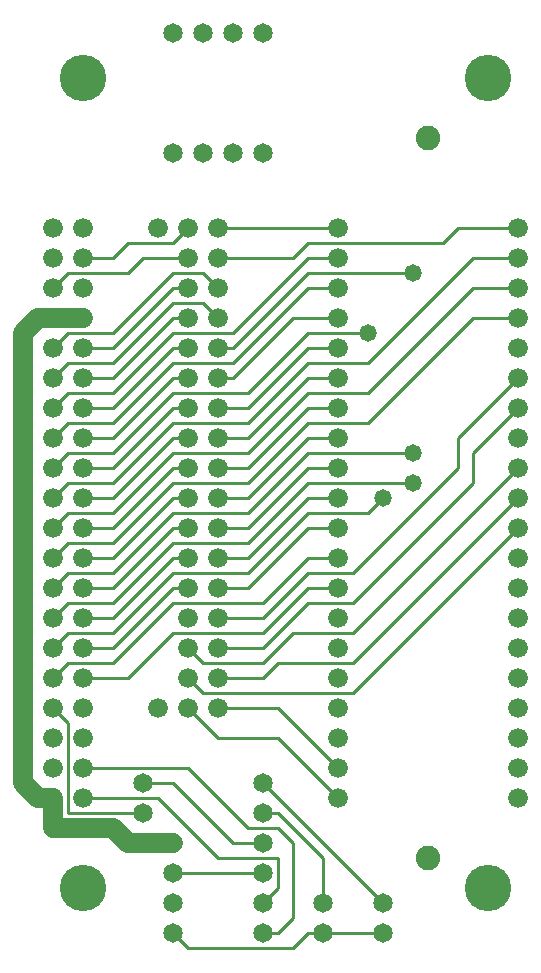
<source format=gbl>
%MOIN*%
%FSLAX25Y25*%
G04 D10 used for Character Trace; *
G04     Circle (OD=.01000) (No hole)*
G04 D11 used for Power Trace; *
G04     Circle (OD=.06700) (No hole)*
G04 D12 used for Signal Trace; *
G04     Circle (OD=.01100) (No hole)*
G04 D13 used for Via; *
G04     Circle (OD=.05800) (Round. Hole ID=.02800)*
G04 D14 used for Component hole; *
G04     Circle (OD=.06500) (Round. Hole ID=.03500)*
G04 D15 used for Component hole; *
G04     Circle (OD=.06600) (Round. Hole ID=.04200)*
G04 D16 used for Component hole; *
G04     Circle (OD=.08200) (Round. Hole ID=.05200)*
G04 D17 used for Component hole; *
G04     Circle (OD=.08950) (Round. Hole ID=.05950)*
G04 D18 used for Component hole; *
G04     Circle (OD=.11600) (Round. Hole ID=.08600)*
G04 D19 used for Component hole; *
G04     Circle (OD=.15500) (Round. Hole ID=.12500)*
G04 D20 used for Component hole; *
G04     Circle (OD=.18200) (Round. Hole ID=.15200)*
G04 D21 used for Component hole; *
G04     Circle (OD=.24300) (Round. Hole ID=.21300)*
%ADD10C,.01000*%
%ADD11C,.06700*%
%ADD12C,.01100*%
%ADD13C,.05800*%
%ADD14C,.06500*%
%ADD15C,.06600*%
%ADD16C,.08200*%
%ADD17C,.08950*%
%ADD18C,.11600*%
%ADD19C,.15500*%
%ADD20C,.18200*%
%ADD21C,.24300*%
%IPPOS*%
%LPD*%
G90*X0Y0D02*D19*X25000Y25000D03*D11*              
X40000Y40000D02*X55000D01*D14*D03*X45000Y50000D03*
D12*X20000D01*Y80000D01*X15000Y85000D01*D15*D03*  
X25000Y75000D03*Y95000D03*D12*X40000D01*          
X55000Y110000D01*X85000D01*X100000Y125000D01*     
X110000D01*D15*D03*D12*X100000Y120000D02*         
X115000D01*X85000Y105000D02*X100000Y120000D01*    
X70000Y105000D02*X85000D01*D15*X70000D03*D12*     
X65000Y100000D02*X85000D01*X95000Y110000D01*      
X115000D01*X170000Y165000D01*D15*D03*Y175000D03*  
Y155000D03*D12*X115000Y100000D01*X90000D01*       
X85000Y95000D01*X70000D01*D15*D03*D12*            
X65000Y100000D02*X60000Y105000D01*D15*D03*        
X70000Y115000D03*D12*X85000D01*X100000Y130000D01* 
X115000D01*X150000Y165000D01*Y175000D01*          
X170000Y195000D01*D15*D03*Y205000D03*Y185000D03*  
D12*X155000Y170000D01*Y160000D01*                 
X115000Y120000D01*D15*X110000Y115000D03*D12*      
X85000Y120000D02*X100000Y135000D01*               
X55000Y120000D02*X85000D01*X35000Y100000D02*      
X55000Y120000D01*X20000Y100000D02*X35000D01*      
X15000Y95000D02*X20000Y100000D01*D15*             
X15000Y95000D03*X25000Y85000D03*Y105000D03*D12*   
X35000D01*X55000Y125000D01*X60000D01*D15*D03*D12* 
X35000Y110000D02*X55000Y130000D01*                
X20000Y110000D02*X35000D01*X15000Y105000D02*      
X20000Y110000D01*D15*X15000Y105000D03*            
X25000Y115000D03*D12*X35000D01*X55000Y135000D01*  
X60000D01*D15*D03*D12*X35000Y120000D02*           
X55000Y140000D01*X20000Y120000D02*X35000D01*      
X15000Y115000D02*X20000Y120000D01*D15*            
X15000Y115000D03*X25000Y125000D03*D12*X35000D01*  
X55000Y145000D01*X60000D01*D15*D03*D12*           
X35000Y130000D02*X55000Y150000D01*                
X20000Y130000D02*X35000D01*X15000Y125000D02*      
X20000Y130000D01*D15*X15000Y125000D03*            
X25000Y135000D03*D12*X35000D01*X55000Y155000D01*  
X60000D01*D15*D03*D12*X35000Y140000D02*           
X55000Y160000D01*X20000Y140000D02*X35000D01*      
X15000Y135000D02*X20000Y140000D01*D15*            
X15000Y135000D03*X25000Y145000D03*D12*X35000D01*  
X55000Y165000D01*X60000D01*D15*D03*D12*           
X35000Y150000D02*X55000Y170000D01*                
X20000Y150000D02*X35000D01*X15000Y145000D02*      
X20000Y150000D01*D15*X15000Y145000D03*            
X25000Y155000D03*D12*X35000D01*X55000Y175000D01*  
X60000D01*D15*D03*D12*X35000Y160000D02*           
X55000Y180000D01*X20000Y160000D02*X35000D01*      
X15000Y155000D02*X20000Y160000D01*D15*            
X15000Y155000D03*X25000Y165000D03*D12*X35000D01*  
X55000Y185000D01*X60000D01*D15*D03*D12*           
X35000Y170000D02*X55000Y190000D01*                
X20000Y170000D02*X35000D01*X15000Y165000D02*      
X20000Y170000D01*D15*X15000Y165000D03*            
X25000Y175000D03*D12*X35000D01*X55000Y195000D01*  
X60000D01*D15*D03*D12*X35000Y180000D02*           
X55000Y200000D01*X20000Y180000D02*X35000D01*      
X15000Y175000D02*X20000Y180000D01*D15*            
X15000Y175000D03*X25000Y185000D03*D12*X35000D01*  
X55000Y205000D01*X60000D01*D15*D03*D12*           
X35000Y190000D02*X55000Y210000D01*                
X20000Y190000D02*X35000D01*X15000Y185000D02*      
X20000Y190000D01*D15*X15000Y185000D03*            
X25000Y195000D03*D12*X35000D01*X55000Y215000D01*  
X60000D01*D15*D03*D12*X70000D02*X65000Y220000D01* 
D15*X70000Y215000D03*D12*X55000Y210000D02*        
X75000D01*X55000Y220000D02*X65000D01*             
X35000Y200000D02*X55000Y220000D01*                
X20000Y200000D02*X35000D01*X15000Y195000D02*      
X20000Y200000D01*D15*X15000Y195000D03*            
X25000Y205000D03*D12*X35000D01*X55000Y225000D01*  
X60000D01*D15*D03*D12*X70000D02*X65000Y230000D01* 
D15*X70000Y225000D03*D12*X55000Y230000D02*        
X65000D01*X35000Y210000D02*X55000Y230000D01*      
X20000Y210000D02*X35000D01*X15000Y205000D02*      
X20000Y210000D01*D15*X15000Y205000D03*            
X25000Y215000D03*D11*X15000D01*D15*D03*D11*       
X10000D01*X5000Y210000D01*Y60000D01*              
X10000Y55000D01*X15000D01*D15*D03*D11*Y45000D01*  
X35000D01*D13*D03*D11*X40000Y40000D01*D15*        
X25000Y55000D03*D12*X50000D01*X70000Y35000D01*    
X90000D01*Y25000D01*X85000Y20000D01*D14*D03*D12*  
X90000Y10000D02*X95000Y15000D01*X85000Y10000D02*  
X90000D01*D14*X85000D03*D12*X60000Y5000D02*       
X95000D01*X60000D02*X55000Y10000D01*D14*D03*      
Y20000D03*Y30000D03*D12*X85000D01*D14*D03*D12*    
X95000Y15000D02*Y40000D01*Y5000D02*               
X100000Y10000D01*X105000D01*D14*D03*D12*          
X125000D01*D14*D03*Y20000D03*D12*X85000Y60000D01* 
D14*D03*Y50000D03*D12*X90000D01*X105000Y35000D01* 
Y20000D01*D14*D03*X85000Y40000D03*D12*X75000D01*  
X55000Y60000D01*X45000D01*D14*D03*D12*            
X80000Y45000D02*X60000Y65000D01*X80000Y45000D02*  
X90000D01*X95000Y40000D01*D15*X110000Y55000D03*   
D12*X90000Y75000D01*X70000D01*X60000Y85000D01*D15*
D03*D12*X65000Y90000D02*X115000D01*               
X170000Y145000D01*D15*D03*Y135000D03*Y125000D03*  
Y115000D03*D13*X135000Y170000D03*D12*X100000D01*  
X80000Y150000D01*X55000D01*Y160000D02*X80000D01*  
X100000Y180000D01*X120000D01*X155000Y215000D01*   
X170000D01*D15*D03*Y225000D03*D12*X155000D01*     
X120000Y190000D01*X100000D01*X80000Y170000D01*    
X55000D01*Y180000D02*X80000D01*X100000Y200000D01* 
X120000D01*X155000Y235000D01*X170000D01*D15*D03*  
Y245000D03*D12*X150000D01*X145000Y240000D01*      
X100000D01*X95000Y235000D01*X70000D01*D15*D03*    
X60000Y245000D03*D12*X55000Y240000D01*X40000D01*  
X35000Y235000D01*X25000D01*D15*D03*D12*           
X15000Y225000D02*X20000Y230000D01*D15*            
X15000Y225000D03*D12*X20000Y230000D02*X40000D01*  
X45000Y235000D01*X60000D01*D15*D03*               
X70000Y245000D03*D12*X110000D01*D15*D03*D12*      
X75000Y210000D02*X100000Y235000D01*D15*           
X70000Y205000D03*D12*X75000D01*X100000Y230000D01* 
X135000D01*D13*D03*X120000Y210000D03*D12*         
X100000D01*X80000Y190000D01*X55000D01*Y200000D02* 
X75000D01*X100000Y225000D01*X110000D01*D15*D03*   
D12*X100000Y235000D02*X110000D01*D15*D03*D12*     
X75000Y195000D02*X95000Y215000D01*                
X70000Y195000D02*X75000D01*D15*X70000D03*D12*     
Y185000D02*X80000D01*D15*X70000D03*D12*Y175000D02*
X80000D01*D15*X70000D03*D12*Y165000D02*X80000D01* 
D15*X70000D03*D12*Y155000D02*X80000D01*D15*       
X70000D03*D12*Y145000D02*X80000D01*D15*X70000D03* 
D12*Y135000D02*X80000D01*D15*X70000D03*D12*       
Y125000D02*X80000D01*D15*X70000D03*D12*           
X80000Y135000D02*X100000Y155000D01*X110000D01*D15*
D03*D12*X80000Y145000D02*X100000Y165000D01*       
X55000Y140000D02*X80000D01*X55000Y130000D02*      
X80000D01*X100000Y150000D01*X120000D01*           
X125000Y155000D01*D13*D03*X135000Y160000D03*D12*  
X100000D01*X80000Y140000D01*Y155000D02*           
X100000Y175000D01*X110000D01*D15*D03*D12*         
X80000Y165000D02*X100000Y185000D01*               
X80000Y175000D02*X100000Y195000D01*X110000D01*D15*
D03*D12*X80000Y185000D02*X100000Y205000D01*       
Y165000D02*X110000D01*D15*D03*D12*                
X80000Y125000D02*X100000Y145000D01*X110000D01*D15*
D03*D12*X100000Y135000D02*X110000D01*D15*D03*     
Y105000D03*Y95000D03*D12*X65000Y90000D02*         
X60000Y95000D01*D15*D03*X70000Y85000D03*D12*      
X90000D01*X110000Y65000D01*D15*D03*Y75000D03*     
Y85000D03*D16*X140000Y35000D03*D15*               
X60000Y115000D03*D19*X160000Y25000D03*D12*        
X25000Y65000D02*X60000D01*D15*X25000D03*          
X15000Y75000D03*Y65000D03*X50000Y85000D03*        
X110000Y185000D03*D12*X100000D01*D15*             
X110000Y205000D03*D12*X100000D01*D15*             
X110000Y215000D03*D12*X95000D01*D15*              
X50000Y245000D03*D14*X85000Y270000D03*X75000D03*  
X65000D03*X55000D03*D16*X140000Y275000D03*D15*    
X25000Y245000D03*Y225000D03*D19*X160000Y295000D03*
D15*X15000Y245000D03*Y235000D03*D19*              
X25000Y295000D03*D14*X85000Y310000D03*X75000D03*  
X65000D03*X55000D03*D15*X170000Y105000D03*        
Y95000D03*Y85000D03*Y75000D03*Y65000D03*Y55000D03*
M02*                                              

</source>
